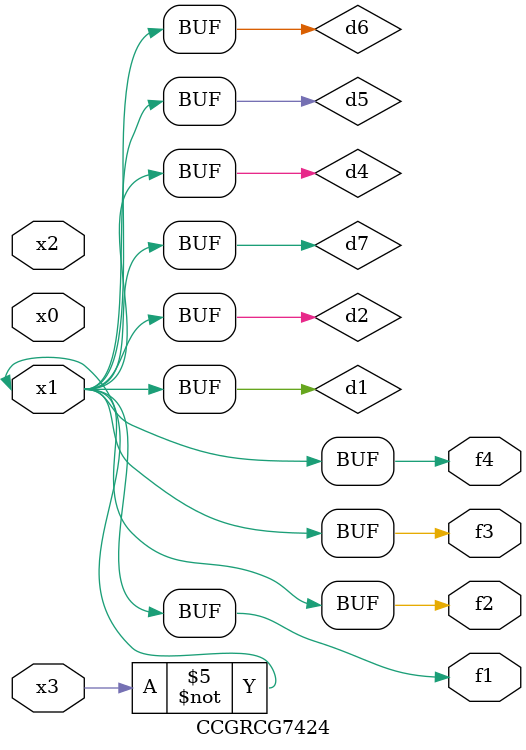
<source format=v>
module CCGRCG7424(
	input x0, x1, x2, x3,
	output f1, f2, f3, f4
);

	wire d1, d2, d3, d4, d5, d6, d7;

	not (d1, x3);
	buf (d2, x1);
	xnor (d3, d1, d2);
	nor (d4, d1);
	buf (d5, d1, d2);
	buf (d6, d4, d5);
	nand (d7, d4);
	assign f1 = d6;
	assign f2 = d7;
	assign f3 = d6;
	assign f4 = d6;
endmodule

</source>
